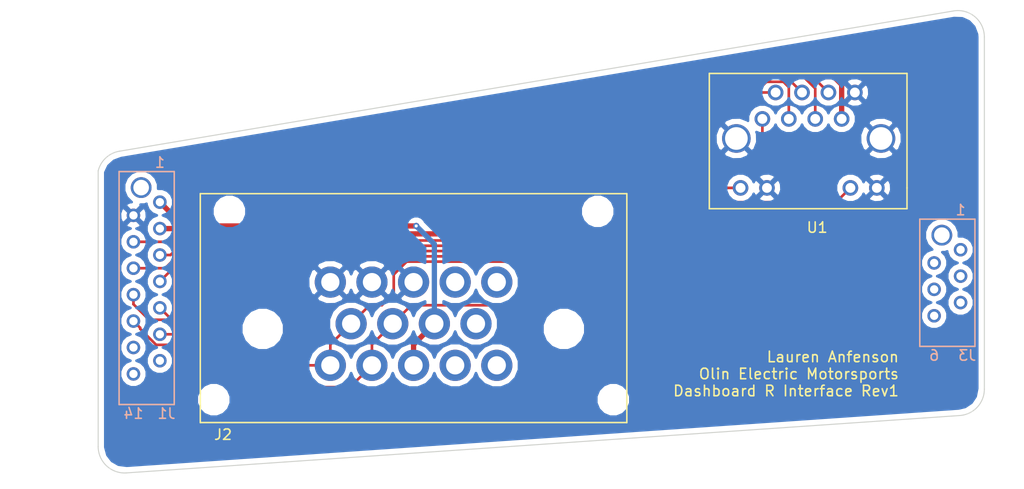
<source format=kicad_pcb>
(kicad_pcb (version 4) (host pcbnew 4.0.7-e2-6376~58~ubuntu16.04.1)

  (general
    (links 23)
    (no_connects 0)
    (area 86.995 55.88 185.420001 102.870001)
    (thickness 1.6)
    (drawings 17)
    (tracks 115)
    (zones 0)
    (modules 4)
    (nets 26)
  )

  (page A4)
  (layers
    (0 F.Cu signal)
    (31 B.Cu signal)
    (32 B.Adhes user)
    (33 F.Adhes user)
    (34 B.Paste user)
    (35 F.Paste user)
    (36 B.SilkS user)
    (37 F.SilkS user)
    (38 B.Mask user)
    (39 F.Mask user)
    (40 Dwgs.User user)
    (41 Cmts.User user)
    (42 Eco1.User user)
    (43 Eco2.User user)
    (44 Edge.Cuts user)
    (45 Margin user)
    (46 B.CrtYd user)
    (47 F.CrtYd user)
    (48 B.Fab user)
    (49 F.Fab user)
  )

  (setup
    (last_trace_width 0.25)
    (user_trace_width 0.254)
    (user_trace_width 0.508)
    (user_trace_width 0.762)
    (trace_clearance 0.15)
    (zone_clearance 0.508)
    (zone_45_only no)
    (trace_min 0.15)
    (segment_width 0.2)
    (edge_width 0.2)
    (via_size 0.6)
    (via_drill 0.3)
    (via_min_size 0.6)
    (via_min_drill 0.3)
    (uvia_size 0.3)
    (uvia_drill 0.1)
    (uvias_allowed no)
    (uvia_min_size 0)
    (uvia_min_drill 0)
    (pcb_text_width 0.3)
    (pcb_text_size 1.5 1.5)
    (mod_edge_width 0.15)
    (mod_text_size 1 1)
    (mod_text_width 0.15)
    (pad_size 1.524 1.524)
    (pad_drill 0.762)
    (pad_to_mask_clearance 0.2)
    (aux_axis_origin 0 0)
    (visible_elements FFFFFF7F)
    (pcbplotparams
      (layerselection 0x010f0_80000001)
      (usegerberextensions false)
      (excludeedgelayer true)
      (linewidth 0.100000)
      (plotframeref false)
      (viasonmask false)
      (mode 1)
      (useauxorigin false)
      (hpglpennumber 1)
      (hpglpenspeed 20)
      (hpglpendiameter 15)
      (hpglpenoverlay 2)
      (psnegative false)
      (psa4output false)
      (plotreference true)
      (plotvalue true)
      (plotinvisibletext false)
      (padsonsilk false)
      (subtractmaskfromsilk false)
      (outputformat 4)
      (mirror false)
      (drillshape 0)
      (scaleselection 1)
      (outputdirectory ""))
  )

  (net 0 "")
  (net 1 MISO)
  (net 2 VCC)
  (net 3 +12V)
  (net 4 AT_RESET)
  (net 5 GND)
  (net 6 MOSI)
  (net 7 SCK)
  (net 8 CANL)
  (net 9 CANH)
  (net 10 LED1)
  (net 11 LED2)
  (net 12 "Net-(J1-Pad12)")
  (net 13 "Net-(J1-Pad13)")
  (net 14 "Net-(J1-Pad14)")
  (net 15 "Net-(J3-Pad5)")
  (net 16 "Net-(J3-Pad3)")
  (net 17 "Net-(J3-Pad1)")
  (net 18 "Net-(J3-Pad2)")
  (net 19 "Net-(J3-Pad4)")
  (net 20 "Net-(J3-Pad6)")
  (net 21 "Net-(J2-Pad13)")
  (net 22 "Net-(J2-Pad14)")
  (net 23 "Net-(J2-Pad9)")
  (net 24 "Net-(J2-Pad4)")
  (net 25 "Net-(J2-Pad5)")

  (net_class Default "This is the default net class."
    (clearance 0.15)
    (trace_width 0.25)
    (via_dia 0.6)
    (via_drill 0.3)
    (uvia_dia 0.3)
    (uvia_drill 0.1)
    (add_net +12V)
    (add_net AT_RESET)
    (add_net CANH)
    (add_net CANL)
    (add_net GND)
    (add_net LED1)
    (add_net LED2)
    (add_net MISO)
    (add_net MOSI)
    (add_net "Net-(J1-Pad12)")
    (add_net "Net-(J1-Pad13)")
    (add_net "Net-(J1-Pad14)")
    (add_net "Net-(J2-Pad13)")
    (add_net "Net-(J2-Pad14)")
    (add_net "Net-(J2-Pad4)")
    (add_net "Net-(J2-Pad5)")
    (add_net "Net-(J2-Pad9)")
    (add_net "Net-(J3-Pad1)")
    (add_net "Net-(J3-Pad2)")
    (add_net "Net-(J3-Pad3)")
    (add_net "Net-(J3-Pad4)")
    (add_net "Net-(J3-Pad5)")
    (add_net "Net-(J3-Pad6)")
    (add_net SCK)
    (add_net VCC)
  )

  (module footprints:micromatch_female_vert_14 (layer B.Cu) (tedit 5A772939) (tstamp 5A7B9653)
    (at 102.362 80.391 180)
    (path /5A7B7983)
    (fp_text reference J1 (at -0.635 -15.24 180) (layer B.SilkS)
      (effects (font (size 1 1) (thickness 0.15)) (justify mirror))
    )
    (fp_text value micromatch_female_TOP_ENTRY_locking_14 (at 6.35 0 450) (layer B.Fab) hide
      (effects (font (size 1 1) (thickness 0.15)) (justify mirror))
    )
    (fp_text user 14 (at 2.54 -15.24 180) (layer B.SilkS)
      (effects (font (size 1 1) (thickness 0.15)) (justify mirror))
    )
    (fp_text user 1 (at 0 8.89 180) (layer B.SilkS)
      (effects (font (size 1 1) (thickness 0.15)) (justify mirror))
    )
    (fp_line (start -1.38 -14.37) (end 3.92 -14.37) (layer B.SilkS) (width 0.15))
    (fp_line (start -1.38 8.02) (end 3.92 8.02) (layer B.SilkS) (width 0.15))
    (fp_line (start -1.38 -14.37) (end -1.38 8.02) (layer B.SilkS) (width 0.15))
    (fp_line (start 3.92 -14.37) (end 3.92 8.02) (layer B.SilkS) (width 0.15))
    (pad 5 thru_hole circle (at 0 0 180) (size 1.3 1.3) (drill 0.8) (layers *.Cu *.Mask)
      (net 1 MISO))
    (pad 3 thru_hole circle (at 0 2.54 180) (size 1.3 1.3) (drill 0.8) (layers *.Cu *.Mask)
      (net 2 VCC))
    (pad 1 thru_hole circle (at 0 5.08 180) (size 1.3 1.3) (drill 0.8) (layers *.Cu *.Mask)
      (net 3 +12V))
    (pad 7 thru_hole circle (at 0 -2.54 180) (size 1.3 1.3) (drill 0.8) (layers *.Cu *.Mask)
      (net 4 AT_RESET))
    (pad 2 thru_hole circle (at 2.54 3.81 180) (size 1.3 1.3) (drill 0.8) (layers *.Cu *.Mask)
      (net 5 GND))
    (pad 4 thru_hole circle (at 2.54 1.27 180) (size 1.3 1.3) (drill 0.8) (layers *.Cu *.Mask)
      (net 6 MOSI))
    (pad 6 thru_hole circle (at 2.54 -1.27 180) (size 1.3 1.3) (drill 0.8) (layers *.Cu *.Mask)
      (net 7 SCK))
    (pad 8 thru_hole circle (at 2.54 -3.81 180) (size 1.3 1.3) (drill 0.8) (layers *.Cu *.Mask)
      (net 8 CANL))
    (pad 9 thru_hole circle (at 0 -5.08 180) (size 1.3 1.3) (drill 0.8) (layers *.Cu *.Mask)
      (net 9 CANH))
    (pad 10 thru_hole circle (at 2.54 -6.35 180) (size 1.3 1.3) (drill 0.8) (layers *.Cu *.Mask)
      (net 10 LED1))
    (pad 11 thru_hole circle (at 0 -7.62 180) (size 1.3 1.3) (drill 0.8) (layers *.Cu *.Mask)
      (net 11 LED2))
    (pad 12 thru_hole circle (at 2.54 -8.89 180) (size 1.3 1.3) (drill 0.8) (layers *.Cu *.Mask)
      (net 12 "Net-(J1-Pad12)"))
    (pad 13 thru_hole circle (at 0 -10.16 180) (size 1.3 1.3) (drill 0.8) (layers *.Cu *.Mask)
      (net 13 "Net-(J1-Pad13)"))
    (pad 14 thru_hole circle (at 2.54 -11.43 180) (size 1.3 1.3) (drill 0.8) (layers *.Cu *.Mask)
      (net 14 "Net-(J1-Pad14)"))
    (pad 15 thru_hole circle (at 1.8 6.48 180) (size 2 2) (drill 1.5) (layers *.Cu *.Mask))
    (model /home/lanfenson/Documents/3d-files/micro-14-female/mm-14-vert-female.wrl
      (at (xyz 0 0 0))
      (scale (xyz 1 1 1))
      (rotate (xyz 0 0 0))
    )
  )

  (module footprints:Ampseal_14 (layer F.Cu) (tedit 5A7B8171) (tstamp 5A7B966B)
    (at 112.246 87.495)
    (path /5A64D29C)
    (fp_text reference J2 (at -3.81 10.16) (layer F.SilkS)
      (effects (font (size 1 1) (thickness 0.15)))
    )
    (fp_text value Ampseal_14 (at -1.524 -13.97) (layer F.Fab)
      (effects (font (size 1 1) (thickness 0.15)))
    )
    (fp_line (start -6 -13) (end 35 -13) (layer F.SilkS) (width 0.15))
    (fp_line (start 35 -13) (end 35 9) (layer F.SilkS) (width 0.15))
    (fp_line (start 35 9) (end -6 9) (layer F.SilkS) (width 0.15))
    (fp_line (start -6 9) (end -6 -13) (layer F.SilkS) (width 0.15))
    (pad "" np_thru_hole circle (at 28.95 0) (size 2.85 2.85) (drill 2.85) (layers *.Cu *.Mask))
    (pad "" np_thru_hole circle (at 33.7 6.8) (size 2 2) (drill 2) (layers *.Cu *.Mask))
    (pad "" np_thru_hole circle (at -4.7 6.8) (size 2 2) (drill 2) (layers *.Cu *.Mask))
    (pad "" np_thru_hole circle (at 32.2 -11.3) (size 2 2) (drill 2) (layers *.Cu *.Mask))
    (pad "" np_thru_hole circle (at -3.2 -11.3) (size 2 2) (drill 2) (layers *.Cu *.Mask))
    (pad 11 thru_hole circle (at 10.5 3.5) (size 3 3) (drill 1.75) (layers *.Cu *.Mask)
      (net 8 CANL))
    (pad 12 thru_hole circle (at 14.5 3.5) (size 3 3) (drill 1.75) (layers *.Cu *.Mask)
      (net 3 +12V))
    (pad 13 thru_hole circle (at 18.5 3.5) (size 3 3) (drill 1.75) (layers *.Cu *.Mask)
      (net 21 "Net-(J2-Pad13)"))
    (pad 14 thru_hole circle (at 22.5 3.5) (size 3 3) (drill 1.75) (layers *.Cu *.Mask)
      (net 22 "Net-(J2-Pad14)"))
    (pad 7 thru_hole circle (at 12.5 -0.5) (size 3 3) (drill 1.75) (layers *.Cu *.Mask)
      (net 8 CANL))
    (pad 8 thru_hole circle (at 16.5 -0.5) (size 3 3) (drill 1.75) (layers *.Cu *.Mask)
      (net 3 +12V))
    (pad 9 thru_hole circle (at 20.5 -0.5) (size 3 3) (drill 1.75) (layers *.Cu *.Mask)
      (net 23 "Net-(J2-Pad9)"))
    (pad 4 thru_hole circle (at 18.5 -4.5) (size 3 3) (drill 1.75) (layers *.Cu *.Mask)
      (net 24 "Net-(J2-Pad4)"))
    (pad 5 thru_hole circle (at 22.5 -4.5) (size 3 3) (drill 1.75) (layers *.Cu *.Mask)
      (net 25 "Net-(J2-Pad5)"))
    (pad 3 thru_hole circle (at 14.5 -4.5) (size 3 3) (drill 1.75) (layers *.Cu *.Mask)
      (net 5 GND))
    (pad 2 thru_hole circle (at 10.5 -4.5) (size 3 3) (drill 1.75) (layers *.Cu *.Mask)
      (net 5 GND))
    (pad 10 thru_hole circle (at 6.5 3.5) (size 3 3) (drill 1.75) (layers *.Cu *.Mask)
      (net 9 CANH))
    (pad 6 thru_hole circle (at 8.5 -0.5) (size 3 3) (drill 1.75) (layers *.Cu *.Mask)
      (net 9 CANH))
    (pad 1 thru_hole circle (at 6.5 -4.5) (size 3 3) (drill 1.75) (layers *.Cu *.Mask)
      (net 5 GND))
    (pad "" np_thru_hole circle (at 0 0) (size 2.85 2.85) (drill 2.85) (layers *.Cu *.Mask))
    (model /home/lanfenson/OEM_Preferred_Parts/3DModels/Ampseal-14/AmpSeal-14.wrl
      (at (xyz 0 0 0))
      (scale (xyz 1 1 1))
      (rotate (xyz 0 0 0))
    )
  )

  (module footprints:micromatch_female_vert_6 (layer B.Cu) (tedit 5A7727E1) (tstamp 5A7B9676)
    (at 179.324 84.963 180)
    (path /5A7B962C)
    (fp_text reference J3 (at -0.635 -5.08 180) (layer B.SilkS)
      (effects (font (size 1 1) (thickness 0.15)) (justify mirror))
    )
    (fp_text value micromatch_female_TOP_ENTRY_locking_6 (at 6.35 0 450) (layer B.Fab) hide
      (effects (font (size 1 1) (thickness 0.15)) (justify mirror))
    )
    (fp_text user 6 (at 2.54 -5.08 180) (layer B.SilkS)
      (effects (font (size 1 1) (thickness 0.15)) (justify mirror))
    )
    (fp_text user 1 (at 0 8.89 180) (layer B.SilkS)
      (effects (font (size 1 1) (thickness 0.15)) (justify mirror))
    )
    (fp_line (start -1.38 -4.21) (end 3.92 -4.21) (layer B.SilkS) (width 0.15))
    (fp_line (start -1.38 8.02) (end 3.92 8.02) (layer B.SilkS) (width 0.15))
    (fp_line (start -1.38 -4.21) (end -1.38 8.02) (layer B.SilkS) (width 0.15))
    (fp_line (start 3.92 -4.21) (end 3.92 8.02) (layer B.SilkS) (width 0.15))
    (pad 5 thru_hole circle (at 0 0 180) (size 1.3 1.3) (drill 0.8) (layers *.Cu *.Mask)
      (net 15 "Net-(J3-Pad5)"))
    (pad 3 thru_hole circle (at 0 2.54 180) (size 1.3 1.3) (drill 0.8) (layers *.Cu *.Mask)
      (net 16 "Net-(J3-Pad3)"))
    (pad 1 thru_hole circle (at 0 5.08 180) (size 1.3 1.3) (drill 0.8) (layers *.Cu *.Mask)
      (net 17 "Net-(J3-Pad1)"))
    (pad 2 thru_hole circle (at 2.54 3.81 180) (size 1.3 1.3) (drill 0.8) (layers *.Cu *.Mask)
      (net 18 "Net-(J3-Pad2)"))
    (pad 4 thru_hole circle (at 2.54 1.27 180) (size 1.3 1.3) (drill 0.8) (layers *.Cu *.Mask)
      (net 19 "Net-(J3-Pad4)"))
    (pad 6 thru_hole circle (at 2.54 -1.27 180) (size 1.3 1.3) (drill 0.8) (layers *.Cu *.Mask)
      (net 20 "Net-(J3-Pad6)"))
    (pad 7 thru_hole circle (at 1.8 6.48 180) (size 2 2) (drill 1.5) (layers *.Cu *.Mask))
    (model /home/lanfenson/Documents/3d-files/micro-6-female/mm-6-vert-female.wrl
      (at (xyz 0 0 0))
      (scale (xyz 1 1 1))
      (rotate (xyz 0 0 0))
    )
  )

  (module footprints:RJ45-Vertical (layer F.Cu) (tedit 5A6A89D8) (tstamp 5A7B9688)
    (at 158.174 73.94)
    (path /5A7B523B)
    (fp_text reference U1 (at 7.366 3.81) (layer F.SilkS)
      (effects (font (size 1 1) (thickness 0.15)))
    )
    (fp_text value RJ45_VT (at 6.4516 -13.0048) (layer F.Fab)
      (effects (font (size 1 1) (thickness 0.15)))
    )
    (fp_line (start 16 2) (end 16 0) (layer F.SilkS) (width 0.15))
    (fp_line (start -3 2) (end 16 2) (layer F.SilkS) (width 0.15))
    (fp_line (start -3 -11) (end -3 2) (layer F.SilkS) (width 0.15))
    (fp_line (start 16 -11) (end -3 -11) (layer F.SilkS) (width 0.15))
    (fp_line (start 16 0) (end 16 -11) (layer F.SilkS) (width 0.15))
    (pad 12 thru_hole circle (at 0 0) (size 1.5 1.5) (drill 0.95) (layers *.Cu *.Mask)
      (net 11 LED2))
    (pad 11 thru_hole circle (at 2.54 0) (size 1.5 1.5) (drill 0.95) (layers *.Cu *.Mask)
      (net 5 GND))
    (pad 9 thru_hole circle (at 13.1 0) (size 1.5 1.5) (drill 0.95) (layers *.Cu *.Mask)
      (net 5 GND))
    (pad 10 thru_hole circle (at 10.56 0) (size 1.5 1.5) (drill 0.95) (layers *.Cu *.Mask)
      (net 10 LED1))
    (pad 1 thru_hole circle (at 2.1 -6.63) (size 1.5 1.5) (drill 0.95) (layers *.Cu *.Mask)
      (net 8 CANL))
    (pad 3 thru_hole circle (at 4.64 -6.63) (size 1.5 1.5) (drill 0.95) (layers *.Cu *.Mask)
      (net 4 AT_RESET))
    (pad 5 thru_hole circle (at 7.18 -6.63) (size 1.5 1.5) (drill 0.95) (layers *.Cu *.Mask)
      (net 1 MISO))
    (pad 7 thru_hole circle (at 9.72 -6.63) (size 1.5 1.5) (drill 0.95) (layers *.Cu *.Mask)
      (net 2 VCC))
    (pad 2 thru_hole circle (at 3.37 -9.17) (size 1.5 1.5) (drill 0.95) (layers *.Cu *.Mask)
      (net 9 CANH))
    (pad 4 thru_hole circle (at 5.91 -9.17) (size 1.5 1.5) (drill 0.95) (layers *.Cu *.Mask)
      (net 7 SCK))
    (pad 6 thru_hole circle (at 8.45 -9.17) (size 1.5 1.5) (drill 0.95) (layers *.Cu *.Mask F.Paste)
      (net 6 MOSI))
    (pad 8 thru_hole circle (at 10.99 -9.17) (size 1.5 1.5) (drill 0.95) (layers *.Cu *.Mask)
      (net 5 GND))
    (pad 13 thru_hole circle (at -0.4 -4.75) (size 2.75 2.75) (drill 2.18) (layers *.Cu *.Mask)
      (net 5 GND))
    (pad 14 thru_hole circle (at 13.5 -4.75) (size 2.75 2.75) (drill 2.18) (layers *.Cu *.Mask)
      (net 5 GND))
    (model /home/lanfenson/Documents/rj45-vert/rj45-vert.wrl
      (at (xyz 0 0 0))
      (scale (xyz 1 1 1))
      (rotate (xyz 0 0 0))
    )
  )

  (gr_text "Lauren Anfenson\nOlin Electric Motorsports\nDashboard R Interface Rev1" (at 173.482 91.821) (layer F.SilkS)
    (effects (font (size 1.016 1.016) (thickness 0.1524)) (justify right))
  )
  (gr_line (start 181.61 93.285142) (end 181.61 59.436) (layer Edge.Cuts) (width 0.1))
  (gr_arc (start 179.07 59.436) (end 181.61 59.436) (angle -99.54552344) (layer Edge.Cuts) (width 0.1))
  (gr_line (start 96.431673 72.302755) (end 96.431673 98.800457) (layer Edge.Cuts) (width 0.1))
  (gr_arc (start 98.971673 98.800457) (end 96.431673 98.800457) (angle -93.93898696) (layer Edge.Cuts) (width 0.1))
  (gr_line (start 178.648789 56.931168) (end 98.474819 70.413183) (layer Edge.Cuts) (width 0.1))
  (gr_arc (start 98.89603 72.918015) (end 98.474819 70.413183) (angle -66.43639366) (layer Edge.Cuts) (width 0.1))
  (gr_line (start 99.146156 101.334457) (end 179.244483 95.819142) (layer Edge.Cuts) (width 0.1))
  (gr_arc (start 179.07 93.285142) (end 179.244483 95.819142) (angle -86.06101304) (layer Edge.Cuts) (width 0.1))
  (gr_line (start 98.358267 94.933142) (end 103.438267 94.933142) (layer Dwgs.User) (width 0.1))
  (gr_line (start 103.438267 94.933142) (end 103.438267 75.121142) (layer Dwgs.User) (width 0.1))
  (gr_line (start 103.438267 75.121142) (end 98.358267 75.121142) (layer Dwgs.User) (width 0.1))
  (gr_line (start 180.848 69.469) (end 175.768 69.469) (layer Dwgs.User) (width 0.1))
  (gr_line (start 175.768 69.469) (end 175.768 89.281) (layer Dwgs.User) (width 0.1))
  (gr_line (start 98.358267 75.121142) (end 98.358267 94.933142) (layer Dwgs.User) (width 0.1))
  (gr_line (start 175.768 89.281) (end 180.848 89.281) (layer Dwgs.User) (width 0.1))
  (gr_line (start 180.848 89.281) (end 180.848 69.469) (layer Dwgs.User) (width 0.1))

  (segment (start 104.267 79.502) (end 103.378 80.391) (width 0.254) (layer F.Cu) (net 1))
  (segment (start 103.378 80.391) (end 102.362 80.391) (width 0.254) (layer F.Cu) (net 1))
  (segment (start 145.923 79.502) (end 104.267 79.502) (width 0.254) (layer F.Cu) (net 1))
  (segment (start 154.051 71.374) (end 145.923 79.502) (width 0.254) (layer F.Cu) (net 1))
  (segment (start 154.051 67.056) (end 154.051 71.374) (width 0.254) (layer F.Cu) (net 1))
  (segment (start 157.861 63.246) (end 154.051 67.056) (width 0.254) (layer F.Cu) (net 1))
  (segment (start 159.893 63.246) (end 157.861 63.246) (width 0.254) (layer F.Cu) (net 1))
  (segment (start 160.204023 62.934977) (end 159.893 63.246) (width 0.254) (layer F.Cu) (net 1))
  (segment (start 165.354 64.389) (end 163.899977 62.934977) (width 0.254) (layer F.Cu) (net 1))
  (segment (start 163.899977 62.934977) (end 160.204023 62.934977) (width 0.254) (layer F.Cu) (net 1))
  (segment (start 165.354 67.31) (end 165.354 64.389) (width 0.254) (layer F.Cu) (net 1))
  (segment (start 167.132 63.246) (end 167.894 64.008) (width 0.508) (layer F.Cu) (net 2))
  (segment (start 167.894 64.008) (end 167.894 67.31) (width 0.508) (layer F.Cu) (net 2))
  (segment (start 166.116 63.246) (end 167.132 63.246) (width 0.508) (layer F.Cu) (net 2))
  (segment (start 164.719 61.849) (end 166.116 63.246) (width 0.508) (layer F.Cu) (net 2))
  (segment (start 159.639 61.849) (end 164.719 61.849) (width 0.508) (layer F.Cu) (net 2))
  (segment (start 159.385 62.103) (end 159.639 61.849) (width 0.508) (layer F.Cu) (net 2))
  (segment (start 157.48 62.103) (end 159.385 62.103) (width 0.508) (layer F.Cu) (net 2))
  (segment (start 152.908 66.675) (end 157.48 62.103) (width 0.508) (layer F.Cu) (net 2))
  (segment (start 152.908 70.739) (end 152.908 66.675) (width 0.508) (layer F.Cu) (net 2))
  (segment (start 145.288 78.359) (end 152.908 70.739) (width 0.508) (layer F.Cu) (net 2))
  (segment (start 104.394 78.359) (end 145.288 78.359) (width 0.508) (layer F.Cu) (net 2))
  (segment (start 103.886 77.851) (end 104.394 78.359) (width 0.508) (layer F.Cu) (net 2))
  (segment (start 102.362 77.851) (end 103.886 77.851) (width 0.508) (layer F.Cu) (net 2))
  (segment (start 127 77.597) (end 128.746 79.343) (width 0.508) (layer B.Cu) (net 3))
  (segment (start 128.746 79.343) (end 128.746 86.995) (width 0.508) (layer B.Cu) (net 3))
  (segment (start 104.648 77.597) (end 104.650001 77.599001) (width 0.508) (layer F.Cu) (net 3))
  (segment (start 104.650001 77.599001) (end 126.997999 77.599001) (width 0.508) (layer F.Cu) (net 3))
  (segment (start 126.997999 77.599001) (end 127 77.597) (width 0.508) (layer F.Cu) (net 3))
  (via (at 127 77.597) (size 0.6) (drill 0.3) (layers F.Cu B.Cu) (net 3))
  (segment (start 102.362 75.311) (end 104.648 77.597) (width 0.508) (layer F.Cu) (net 3))
  (segment (start 126.746 90.995) (end 126.746 88.995) (width 0.508) (layer F.Cu) (net 3))
  (segment (start 126.746 88.995) (end 128.746 86.995) (width 0.508) (layer F.Cu) (net 3))
  (segment (start 146.431 80.518) (end 104.775 80.518) (width 0.254) (layer F.Cu) (net 4))
  (segment (start 104.775 80.518) (end 102.362 82.931) (width 0.254) (layer F.Cu) (net 4))
  (segment (start 155.067 71.882) (end 146.431 80.518) (width 0.254) (layer F.Cu) (net 4))
  (segment (start 155.067 67.31) (end 155.067 71.882) (width 0.254) (layer F.Cu) (net 4))
  (segment (start 158.115 64.262) (end 155.067 67.31) (width 0.254) (layer F.Cu) (net 4))
  (segment (start 160.147 64.262) (end 158.115 64.262) (width 0.254) (layer F.Cu) (net 4))
  (segment (start 160.666001 63.742999) (end 160.147 64.262) (width 0.254) (layer F.Cu) (net 4))
  (segment (start 162.814 64.262) (end 162.294999 63.742999) (width 0.254) (layer F.Cu) (net 4))
  (segment (start 162.294999 63.742999) (end 160.666001 63.742999) (width 0.254) (layer F.Cu) (net 4))
  (segment (start 162.814 67.31) (end 162.814 64.262) (width 0.254) (layer F.Cu) (net 4))
  (segment (start 166.624 64.77) (end 164.338 62.484) (width 0.254) (layer F.Cu) (net 6))
  (segment (start 164.338 62.484) (end 159.766 62.484) (width 0.254) (layer F.Cu) (net 6))
  (segment (start 159.766 62.484) (end 159.512 62.738) (width 0.254) (layer F.Cu) (net 6))
  (segment (start 159.512 62.738) (end 157.734 62.738) (width 0.254) (layer F.Cu) (net 6))
  (segment (start 157.734 62.738) (end 153.543 66.929) (width 0.254) (layer F.Cu) (net 6))
  (segment (start 145.669 78.994) (end 104.013 78.994) (width 0.254) (layer F.Cu) (net 6))
  (segment (start 153.543 66.929) (end 153.543 71.12) (width 0.254) (layer F.Cu) (net 6))
  (segment (start 153.543 71.12) (end 145.669 78.994) (width 0.254) (layer F.Cu) (net 6))
  (segment (start 104.013 78.994) (end 103.886 79.121) (width 0.254) (layer F.Cu) (net 6))
  (segment (start 103.886 79.121) (end 99.822 79.121) (width 0.254) (layer F.Cu) (net 6))
  (segment (start 104.521 80.01) (end 102.87 81.661) (width 0.254) (layer F.Cu) (net 7))
  (segment (start 102.87 81.661) (end 99.822 81.661) (width 0.254) (layer F.Cu) (net 7))
  (segment (start 146.177 80.01) (end 104.521 80.01) (width 0.254) (layer F.Cu) (net 7))
  (segment (start 154.559 71.628) (end 146.177 80.01) (width 0.254) (layer F.Cu) (net 7))
  (segment (start 154.559 67.183) (end 154.559 71.628) (width 0.254) (layer F.Cu) (net 7))
  (segment (start 157.988 63.754) (end 154.559 67.183) (width 0.254) (layer F.Cu) (net 7))
  (segment (start 160.02 63.754) (end 157.988 63.754) (width 0.254) (layer F.Cu) (net 7))
  (segment (start 160.435012 63.338988) (end 160.02 63.754) (width 0.254) (layer F.Cu) (net 7))
  (segment (start 164.084 64.77) (end 162.652988 63.338988) (width 0.254) (layer F.Cu) (net 7))
  (segment (start 162.652988 63.338988) (end 160.435012 63.338988) (width 0.254) (layer F.Cu) (net 7))
  (segment (start 102.87 86.614) (end 101.315762 86.614) (width 0.254) (layer F.Cu) (net 8))
  (segment (start 101.315762 86.614) (end 99.822 85.120238) (width 0.254) (layer F.Cu) (net 8))
  (segment (start 99.822 85.120238) (end 99.822 84.201) (width 0.254) (layer F.Cu) (net 8))
  (segment (start 107.696 91.44) (end 102.87 86.614) (width 0.254) (layer F.Cu) (net 8))
  (segment (start 115.951 91.44) (end 107.696 91.44) (width 0.254) (layer F.Cu) (net 8))
  (segment (start 117.602 93.091) (end 115.951 91.44) (width 0.254) (layer F.Cu) (net 8))
  (segment (start 120.65 93.091) (end 117.602 93.091) (width 0.254) (layer F.Cu) (net 8))
  (segment (start 122.746 90.995) (end 120.65 93.091) (width 0.254) (layer F.Cu) (net 8))
  (segment (start 158.877 71.501) (end 160.274 70.104) (width 0.254) (layer F.Cu) (net 8))
  (segment (start 160.274 70.104) (end 160.274 67.31) (width 0.254) (layer F.Cu) (net 8))
  (segment (start 157.099 71.501) (end 158.877 71.501) (width 0.254) (layer F.Cu) (net 8))
  (segment (start 143.382001 85.217999) (end 157.099 71.501) (width 0.254) (layer F.Cu) (net 8))
  (segment (start 124.746 86.995) (end 126.523001 85.217999) (width 0.254) (layer F.Cu) (net 8))
  (segment (start 126.523001 85.217999) (end 143.382001 85.217999) (width 0.254) (layer F.Cu) (net 8))
  (segment (start 124.746 86.995) (end 122.746 88.995) (width 0.254) (layer F.Cu) (net 8))
  (segment (start 122.746 88.995) (end 122.746 90.995) (width 0.254) (layer F.Cu) (net 8))
  (segment (start 118.746 90.995) (end 107.886 90.995) (width 0.254) (layer F.Cu) (net 9))
  (segment (start 107.886 90.995) (end 102.362 85.471) (width 0.254) (layer F.Cu) (net 9))
  (segment (start 155.575 67.564) (end 158.369 64.77) (width 0.254) (layer F.Cu) (net 9))
  (segment (start 158.369 64.77) (end 161.544 64.77) (width 0.254) (layer F.Cu) (net 9))
  (segment (start 155.575 72.136) (end 155.575 67.564) (width 0.254) (layer F.Cu) (net 9))
  (segment (start 146.685 81.026) (end 155.575 72.136) (width 0.254) (layer F.Cu) (net 9))
  (segment (start 126.085038 81.026) (end 146.685 81.026) (width 0.254) (layer F.Cu) (net 9))
  (segment (start 124.841 84.074) (end 124.841 82.270038) (width 0.254) (layer F.Cu) (net 9))
  (segment (start 124.841 82.270038) (end 126.085038 81.026) (width 0.254) (layer F.Cu) (net 9))
  (segment (start 123.697001 85.217999) (end 124.841 84.074) (width 0.254) (layer F.Cu) (net 9))
  (segment (start 120.746 86.995) (end 122.523001 85.217999) (width 0.254) (layer F.Cu) (net 9))
  (segment (start 122.523001 85.217999) (end 123.697001 85.217999) (width 0.254) (layer F.Cu) (net 9))
  (segment (start 120.746 86.995) (end 118.746 88.995) (width 0.254) (layer F.Cu) (net 9))
  (segment (start 118.746 88.995) (end 118.746 90.995) (width 0.254) (layer F.Cu) (net 9))
  (segment (start 154.813 75.311) (end 167.363 75.311) (width 0.254) (layer F.Cu) (net 10))
  (segment (start 167.363 75.311) (end 168.734 73.94) (width 0.254) (layer F.Cu) (net 10))
  (segment (start 144.018 86.106) (end 154.813 75.311) (width 0.254) (layer F.Cu) (net 10))
  (segment (start 144.018 89.027) (end 144.018 86.106) (width 0.254) (layer F.Cu) (net 10))
  (segment (start 138.938 94.107) (end 144.018 89.027) (width 0.254) (layer F.Cu) (net 10))
  (segment (start 117.094 94.107) (end 138.938 94.107) (width 0.254) (layer F.Cu) (net 10))
  (segment (start 115.443 92.456) (end 117.094 94.107) (width 0.254) (layer F.Cu) (net 10))
  (segment (start 107.442 92.456) (end 115.443 92.456) (width 0.254) (layer F.Cu) (net 10))
  (segment (start 104.013 89.027) (end 107.442 92.456) (width 0.254) (layer F.Cu) (net 10))
  (segment (start 102.006038 89.027) (end 104.013 89.027) (width 0.254) (layer F.Cu) (net 10))
  (segment (start 99.822 86.741) (end 100.471999 87.390999) (width 0.254) (layer F.Cu) (net 10))
  (segment (start 100.471999 87.390999) (end 100.471999 87.492961) (width 0.254) (layer F.Cu) (net 10))
  (segment (start 100.471999 87.492961) (end 102.006038 89.027) (width 0.254) (layer F.Cu) (net 10))
  (segment (start 143.51 85.852) (end 155.422 73.94) (width 0.254) (layer F.Cu) (net 11))
  (segment (start 155.422 73.94) (end 158.174 73.94) (width 0.254) (layer F.Cu) (net 11))
  (segment (start 143.51 88.773) (end 143.51 85.852) (width 0.254) (layer F.Cu) (net 11))
  (segment (start 138.684 93.599) (end 143.51 88.773) (width 0.254) (layer F.Cu) (net 11))
  (segment (start 117.348 93.599) (end 138.684 93.599) (width 0.254) (layer F.Cu) (net 11))
  (segment (start 115.697 91.948) (end 117.348 93.599) (width 0.254) (layer F.Cu) (net 11))
  (segment (start 107.569 91.948) (end 115.697 91.948) (width 0.254) (layer F.Cu) (net 11))
  (segment (start 103.632 88.011) (end 107.569 91.948) (width 0.254) (layer F.Cu) (net 11))
  (segment (start 102.362 88.011) (end 103.632 88.011) (width 0.254) (layer F.Cu) (net 11))

  (zone (net 5) (net_name GND) (layer B.Cu) (tstamp 0) (hatch edge 0.508)
    (connect_pads (clearance 0.508))
    (min_thickness 0.254)
    (fill yes (arc_segments 16) (thermal_gap 0.508) (thermal_bridge_width 0.508))
    (polygon
      (pts
        (xy 86.995 55.88) (xy 185.42 55.88) (xy 185.42 102.87) (xy 86.995 102.87)
      )
    )
    (filled_polygon
      (pts
        (xy 179.482838 57.641291) (xy 180.138221 57.935892) (xy 180.630973 58.458869) (xy 180.900229 59.167859) (xy 180.925 59.464549)
        (xy 180.925 93.217675) (xy 180.771398 93.989885) (xy 180.372193 94.587335) (xy 179.764597 94.993318) (xy 179.141963 95.139579)
        (xy 99.166408 100.64644) (xy 98.385472 100.546247) (xy 97.762008 100.189028) (xy 97.322705 99.62041) (xy 97.11954 98.872068)
        (xy 97.116673 98.788694) (xy 97.116673 94.618795) (xy 105.910716 94.618795) (xy 106.159106 95.219943) (xy 106.618637 95.680278)
        (xy 107.219352 95.929716) (xy 107.869795 95.930284) (xy 108.470943 95.681894) (xy 108.931278 95.222363) (xy 109.180716 94.621648)
        (xy 109.180718 94.618795) (xy 144.310716 94.618795) (xy 144.559106 95.219943) (xy 145.018637 95.680278) (xy 145.619352 95.929716)
        (xy 146.269795 95.930284) (xy 146.870943 95.681894) (xy 147.331278 95.222363) (xy 147.580716 94.621648) (xy 147.581284 93.971205)
        (xy 147.332894 93.370057) (xy 146.873363 92.909722) (xy 146.272648 92.660284) (xy 145.622205 92.659716) (xy 145.021057 92.908106)
        (xy 144.560722 93.367637) (xy 144.311284 93.968352) (xy 144.310716 94.618795) (xy 109.180718 94.618795) (xy 109.181284 93.971205)
        (xy 108.932894 93.370057) (xy 108.473363 92.909722) (xy 107.872648 92.660284) (xy 107.222205 92.659716) (xy 106.621057 92.908106)
        (xy 106.160722 93.367637) (xy 105.911284 93.968352) (xy 105.910716 94.618795) (xy 97.116673 94.618795) (xy 97.116673 79.375481)
        (xy 98.536777 79.375481) (xy 98.731995 79.847943) (xy 99.093155 80.209735) (xy 99.530182 80.391205) (xy 99.095057 80.570995)
        (xy 98.733265 80.932155) (xy 98.537223 81.404276) (xy 98.536777 81.915481) (xy 98.731995 82.387943) (xy 99.093155 82.749735)
        (xy 99.530182 82.931205) (xy 99.095057 83.110995) (xy 98.733265 83.472155) (xy 98.537223 83.944276) (xy 98.536777 84.455481)
        (xy 98.731995 84.927943) (xy 99.093155 85.289735) (xy 99.530182 85.471205) (xy 99.095057 85.650995) (xy 98.733265 86.012155)
        (xy 98.537223 86.484276) (xy 98.536777 86.995481) (xy 98.731995 87.467943) (xy 99.093155 87.829735) (xy 99.530182 88.011205)
        (xy 99.095057 88.190995) (xy 98.733265 88.552155) (xy 98.537223 89.024276) (xy 98.536777 89.535481) (xy 98.731995 90.007943)
        (xy 99.093155 90.369735) (xy 99.530182 90.551205) (xy 99.095057 90.730995) (xy 98.733265 91.092155) (xy 98.537223 91.564276)
        (xy 98.536777 92.075481) (xy 98.731995 92.547943) (xy 99.093155 92.909735) (xy 99.565276 93.105777) (xy 100.076481 93.106223)
        (xy 100.548943 92.911005) (xy 100.910735 92.549845) (xy 101.106777 92.077724) (xy 101.107223 91.566519) (xy 100.912005 91.094057)
        (xy 100.550845 90.732265) (xy 100.113818 90.550795) (xy 100.548943 90.371005) (xy 100.910735 90.009845) (xy 101.106777 89.537724)
        (xy 101.107223 89.026519) (xy 100.912005 88.554057) (xy 100.550845 88.192265) (xy 100.113818 88.010795) (xy 100.548943 87.831005)
        (xy 100.910735 87.469845) (xy 101.106777 86.997724) (xy 101.107223 86.486519) (xy 100.912005 86.014057) (xy 100.550845 85.652265)
        (xy 100.113818 85.470795) (xy 100.548943 85.291005) (xy 100.910735 84.929845) (xy 101.106777 84.457724) (xy 101.107223 83.946519)
        (xy 100.912005 83.474057) (xy 100.550845 83.112265) (xy 100.113818 82.930795) (xy 100.548943 82.751005) (xy 100.910735 82.389845)
        (xy 101.106777 81.917724) (xy 101.107223 81.406519) (xy 100.912005 80.934057) (xy 100.550845 80.572265) (xy 100.113818 80.390795)
        (xy 100.548943 80.211005) (xy 100.910735 79.849845) (xy 101.106777 79.377724) (xy 101.107223 78.866519) (xy 100.912005 78.394057)
        (xy 100.550845 78.032265) (xy 100.1148 77.851203) (xy 100.151428 77.849083) (xy 100.485729 77.710611) (xy 100.54141 77.480016)
        (xy 99.822 76.760605) (xy 99.10259 77.480016) (xy 99.158271 77.710611) (xy 99.54486 77.845139) (xy 99.095057 78.030995)
        (xy 98.733265 78.392155) (xy 98.537223 78.864276) (xy 98.536777 79.375481) (xy 97.116673 79.375481) (xy 97.116673 76.400078)
        (xy 98.524378 76.400078) (xy 98.553917 76.910428) (xy 98.692389 77.244729) (xy 98.922984 77.30041) (xy 99.642395 76.581)
        (xy 100.001605 76.581) (xy 100.721016 77.30041) (xy 100.951611 77.244729) (xy 101.119622 76.761922) (xy 101.090083 76.251572)
        (xy 100.951611 75.917271) (xy 100.721016 75.86159) (xy 100.001605 76.581) (xy 99.642395 76.581) (xy 98.922984 75.86159)
        (xy 98.692389 75.917271) (xy 98.524378 76.400078) (xy 97.116673 76.400078) (xy 97.116673 74.234795) (xy 98.926716 74.234795)
        (xy 99.175106 74.835943) (xy 99.634637 75.296278) (xy 99.652426 75.303665) (xy 99.492572 75.312917) (xy 99.158271 75.451389)
        (xy 99.10259 75.681984) (xy 99.822 76.401395) (xy 100.54141 75.681984) (xy 100.508563 75.545955) (xy 100.885795 75.546284)
        (xy 101.076863 75.467336) (xy 101.076777 75.565481) (xy 101.271995 76.037943) (xy 101.633155 76.399735) (xy 102.070182 76.581205)
        (xy 101.635057 76.760995) (xy 101.273265 77.122155) (xy 101.077223 77.594276) (xy 101.076777 78.105481) (xy 101.271995 78.577943)
        (xy 101.633155 78.939735) (xy 102.070182 79.121205) (xy 101.635057 79.300995) (xy 101.273265 79.662155) (xy 101.077223 80.134276)
        (xy 101.076777 80.645481) (xy 101.271995 81.117943) (xy 101.633155 81.479735) (xy 102.070182 81.661205) (xy 101.635057 81.840995)
        (xy 101.273265 82.202155) (xy 101.077223 82.674276) (xy 101.076777 83.185481) (xy 101.271995 83.657943) (xy 101.633155 84.019735)
        (xy 102.070182 84.201205) (xy 101.635057 84.380995) (xy 101.273265 84.742155) (xy 101.077223 85.214276) (xy 101.076777 85.725481)
        (xy 101.271995 86.197943) (xy 101.633155 86.559735) (xy 102.070182 86.741205) (xy 101.635057 86.920995) (xy 101.273265 87.282155)
        (xy 101.077223 87.754276) (xy 101.076777 88.265481) (xy 101.271995 88.737943) (xy 101.633155 89.099735) (xy 102.070182 89.281205)
        (xy 101.635057 89.460995) (xy 101.273265 89.822155) (xy 101.077223 90.294276) (xy 101.076777 90.805481) (xy 101.271995 91.277943)
        (xy 101.633155 91.639735) (xy 102.105276 91.835777) (xy 102.616481 91.836223) (xy 103.088943 91.641005) (xy 103.312523 91.417815)
        (xy 116.61063 91.417815) (xy 116.93498 92.2028) (xy 117.535041 92.803909) (xy 118.319459 93.129628) (xy 119.168815 93.13037)
        (xy 119.9538 92.80602) (xy 120.554909 92.205959) (xy 120.746068 91.745598) (xy 120.93498 92.2028) (xy 121.535041 92.803909)
        (xy 122.319459 93.129628) (xy 123.168815 93.13037) (xy 123.9538 92.80602) (xy 124.554909 92.205959) (xy 124.746068 91.745598)
        (xy 124.93498 92.2028) (xy 125.535041 92.803909) (xy 126.319459 93.129628) (xy 127.168815 93.13037) (xy 127.9538 92.80602)
        (xy 128.554909 92.205959) (xy 128.746068 91.745598) (xy 128.93498 92.2028) (xy 129.535041 92.803909) (xy 130.319459 93.129628)
        (xy 131.168815 93.13037) (xy 131.9538 92.80602) (xy 132.554909 92.205959) (xy 132.746068 91.745598) (xy 132.93498 92.2028)
        (xy 133.535041 92.803909) (xy 134.319459 93.129628) (xy 135.168815 93.13037) (xy 135.9538 92.80602) (xy 136.554909 92.205959)
        (xy 136.880628 91.421541) (xy 136.88137 90.572185) (xy 136.55702 89.7872) (xy 135.956959 89.186091) (xy 135.172541 88.860372)
        (xy 134.323185 88.85963) (xy 133.5382 89.18398) (xy 132.937091 89.784041) (xy 132.745932 90.244402) (xy 132.55702 89.7872)
        (xy 131.956959 89.186091) (xy 131.172541 88.860372) (xy 130.323185 88.85963) (xy 129.5382 89.18398) (xy 128.937091 89.784041)
        (xy 128.745932 90.244402) (xy 128.55702 89.7872) (xy 127.956959 89.186091) (xy 127.172541 88.860372) (xy 126.323185 88.85963)
        (xy 125.5382 89.18398) (xy 124.937091 89.784041) (xy 124.745932 90.244402) (xy 124.55702 89.7872) (xy 123.956959 89.186091)
        (xy 123.172541 88.860372) (xy 122.323185 88.85963) (xy 121.5382 89.18398) (xy 120.937091 89.784041) (xy 120.745932 90.244402)
        (xy 120.55702 89.7872) (xy 119.956959 89.186091) (xy 119.172541 88.860372) (xy 118.323185 88.85963) (xy 117.5382 89.18398)
        (xy 116.937091 89.784041) (xy 116.611372 90.568459) (xy 116.61063 91.417815) (xy 103.312523 91.417815) (xy 103.450735 91.279845)
        (xy 103.646777 90.807724) (xy 103.647223 90.296519) (xy 103.452005 89.824057) (xy 103.090845 89.462265) (xy 102.653818 89.280795)
        (xy 103.088943 89.101005) (xy 103.450735 88.739845) (xy 103.646777 88.267724) (xy 103.647095 87.902962) (xy 110.185643 87.902962)
        (xy 110.498599 88.660372) (xy 111.07758 89.240365) (xy 111.834443 89.554642) (xy 112.653962 89.555357) (xy 113.411372 89.242401)
        (xy 113.991365 88.66342) (xy 114.305642 87.906557) (xy 114.306068 87.417815) (xy 118.61063 87.417815) (xy 118.93498 88.2028)
        (xy 119.535041 88.803909) (xy 120.319459 89.129628) (xy 121.168815 89.13037) (xy 121.9538 88.80602) (xy 122.554909 88.205959)
        (xy 122.746068 87.745598) (xy 122.93498 88.2028) (xy 123.535041 88.803909) (xy 124.319459 89.129628) (xy 125.168815 89.13037)
        (xy 125.9538 88.80602) (xy 126.554909 88.205959) (xy 126.746068 87.745598) (xy 126.93498 88.2028) (xy 127.535041 88.803909)
        (xy 128.319459 89.129628) (xy 129.168815 89.13037) (xy 129.9538 88.80602) (xy 130.554909 88.205959) (xy 130.746068 87.745598)
        (xy 130.93498 88.2028) (xy 131.535041 88.803909) (xy 132.319459 89.129628) (xy 133.168815 89.13037) (xy 133.9538 88.80602)
        (xy 134.554909 88.205959) (xy 134.680724 87.902962) (xy 139.135643 87.902962) (xy 139.448599 88.660372) (xy 140.02758 89.240365)
        (xy 140.784443 89.554642) (xy 141.603962 89.555357) (xy 142.361372 89.242401) (xy 142.941365 88.66342) (xy 143.255642 87.906557)
        (xy 143.256357 87.087038) (xy 142.943401 86.329628) (xy 142.36442 85.749635) (xy 141.607557 85.435358) (xy 140.788038 85.434643)
        (xy 140.030628 85.747599) (xy 139.450635 86.32658) (xy 139.136358 87.083443) (xy 139.135643 87.902962) (xy 134.680724 87.902962)
        (xy 134.880628 87.421541) (xy 134.88137 86.572185) (xy 134.55702 85.7872) (xy 133.956959 85.186091) (xy 133.172541 84.860372)
        (xy 132.323185 84.85963) (xy 131.5382 85.18398) (xy 130.937091 85.784041) (xy 130.745932 86.244402) (xy 130.55702 85.7872)
        (xy 129.956959 85.186091) (xy 129.635 85.052402) (xy 129.635 84.845416) (xy 130.319459 85.129628) (xy 131.168815 85.13037)
        (xy 131.9538 84.80602) (xy 132.554909 84.205959) (xy 132.746068 83.745598) (xy 132.93498 84.2028) (xy 133.535041 84.803909)
        (xy 134.319459 85.129628) (xy 135.168815 85.13037) (xy 135.9538 84.80602) (xy 136.554909 84.205959) (xy 136.880628 83.421541)
        (xy 136.88137 82.572185) (xy 136.55702 81.7872) (xy 136.177964 81.407481) (xy 175.498777 81.407481) (xy 175.693995 81.879943)
        (xy 176.055155 82.241735) (xy 176.492182 82.423205) (xy 176.057057 82.602995) (xy 175.695265 82.964155) (xy 175.499223 83.436276)
        (xy 175.498777 83.947481) (xy 175.693995 84.419943) (xy 176.055155 84.781735) (xy 176.492182 84.963205) (xy 176.057057 85.142995)
        (xy 175.695265 85.504155) (xy 175.499223 85.976276) (xy 175.498777 86.487481) (xy 175.693995 86.959943) (xy 176.055155 87.321735)
        (xy 176.527276 87.517777) (xy 177.038481 87.518223) (xy 177.510943 87.323005) (xy 177.872735 86.961845) (xy 178.068777 86.489724)
        (xy 178.069223 85.978519) (xy 177.874005 85.506057) (xy 177.512845 85.144265) (xy 177.075818 84.962795) (xy 177.510943 84.783005)
        (xy 177.872735 84.421845) (xy 178.068777 83.949724) (xy 178.069223 83.438519) (xy 177.874005 82.966057) (xy 177.512845 82.604265)
        (xy 177.075818 82.422795) (xy 177.510943 82.243005) (xy 177.872735 81.881845) (xy 178.068777 81.409724) (xy 178.069223 80.898519)
        (xy 177.874005 80.426057) (xy 177.566524 80.118038) (xy 177.847795 80.118284) (xy 178.038863 80.039336) (xy 178.038777 80.137481)
        (xy 178.233995 80.609943) (xy 178.595155 80.971735) (xy 179.032182 81.153205) (xy 178.597057 81.332995) (xy 178.235265 81.694155)
        (xy 178.039223 82.166276) (xy 178.038777 82.677481) (xy 178.233995 83.149943) (xy 178.595155 83.511735) (xy 179.032182 83.693205)
        (xy 178.597057 83.872995) (xy 178.235265 84.234155) (xy 178.039223 84.706276) (xy 178.038777 85.217481) (xy 178.233995 85.689943)
        (xy 178.595155 86.051735) (xy 179.067276 86.247777) (xy 179.578481 86.248223) (xy 180.050943 86.053005) (xy 180.412735 85.691845)
        (xy 180.608777 85.219724) (xy 180.609223 84.708519) (xy 180.414005 84.236057) (xy 180.052845 83.874265) (xy 179.615818 83.692795)
        (xy 180.050943 83.513005) (xy 180.412735 83.151845) (xy 180.608777 82.679724) (xy 180.609223 82.168519) (xy 180.414005 81.696057)
        (xy 180.052845 81.334265) (xy 179.615818 81.152795) (xy 180.050943 80.973005) (xy 180.412735 80.611845) (xy 180.608777 80.139724)
        (xy 180.609223 79.628519) (xy 180.414005 79.156057) (xy 180.052845 78.794265) (xy 179.580724 78.598223) (xy 179.158901 78.597855)
        (xy 179.159284 78.159205) (xy 178.910894 77.558057) (xy 178.451363 77.097722) (xy 177.850648 76.848284) (xy 177.200205 76.847716)
        (xy 176.599057 77.096106) (xy 176.138722 77.555637) (xy 175.889284 78.156352) (xy 175.888716 78.806795) (xy 176.137106 79.407943)
        (xy 176.596195 79.867835) (xy 176.529519 79.867777) (xy 176.057057 80.062995) (xy 175.695265 80.424155) (xy 175.499223 80.896276)
        (xy 175.498777 81.407481) (xy 136.177964 81.407481) (xy 135.956959 81.186091) (xy 135.172541 80.860372) (xy 134.323185 80.85963)
        (xy 133.5382 81.18398) (xy 132.937091 81.784041) (xy 132.745932 82.244402) (xy 132.55702 81.7872) (xy 131.956959 81.186091)
        (xy 131.172541 80.860372) (xy 130.323185 80.85963) (xy 129.635 81.143983) (xy 129.635 79.343) (xy 129.567329 79.002794)
        (xy 129.374618 78.714382) (xy 127.838762 77.178526) (xy 127.793117 77.068057) (xy 127.530327 76.804808) (xy 127.186799 76.662162)
        (xy 126.814833 76.661838) (xy 126.471057 76.803883) (xy 126.207808 77.066673) (xy 126.065162 77.410201) (xy 126.064838 77.782167)
        (xy 126.206883 78.125943) (xy 126.469673 78.389192) (xy 126.581313 78.435549) (xy 127.857 79.711236) (xy 127.857 81.137337)
        (xy 127.129813 80.852277) (xy 126.280613 80.868503) (xy 125.571418 81.162261) (xy 125.411635 81.48103) (xy 126.746 82.815395)
        (xy 126.760143 82.801253) (xy 126.939748 82.980858) (xy 126.925605 82.995) (xy 126.939748 83.009143) (xy 126.760143 83.188748)
        (xy 126.746 83.174605) (xy 125.411635 84.50897) (xy 125.571418 84.827739) (xy 126.362187 85.137723) (xy 127.211387 85.121497)
        (xy 127.857 84.854076) (xy 127.857 85.052254) (xy 127.5382 85.18398) (xy 126.937091 85.784041) (xy 126.745932 86.244402)
        (xy 126.55702 85.7872) (xy 125.956959 85.186091) (xy 125.172541 84.860372) (xy 124.323185 84.85963) (xy 123.5382 85.18398)
        (xy 122.937091 85.784041) (xy 122.745932 86.244402) (xy 122.55702 85.7872) (xy 121.956959 85.186091) (xy 121.172541 84.860372)
        (xy 120.323185 84.85963) (xy 119.5382 85.18398) (xy 118.937091 85.784041) (xy 118.611372 86.568459) (xy 118.61063 87.417815)
        (xy 114.306068 87.417815) (xy 114.306357 87.087038) (xy 113.993401 86.329628) (xy 113.41442 85.749635) (xy 112.657557 85.435358)
        (xy 111.838038 85.434643) (xy 111.080628 85.747599) (xy 110.500635 86.32658) (xy 110.186358 87.083443) (xy 110.185643 87.902962)
        (xy 103.647095 87.902962) (xy 103.647223 87.756519) (xy 103.452005 87.284057) (xy 103.090845 86.922265) (xy 102.653818 86.740795)
        (xy 103.088943 86.561005) (xy 103.450735 86.199845) (xy 103.646777 85.727724) (xy 103.647223 85.216519) (xy 103.452005 84.744057)
        (xy 103.217329 84.50897) (xy 117.411635 84.50897) (xy 117.571418 84.827739) (xy 118.362187 85.137723) (xy 119.211387 85.121497)
        (xy 119.920582 84.827739) (xy 120.080365 84.50897) (xy 121.411635 84.50897) (xy 121.571418 84.827739) (xy 122.362187 85.137723)
        (xy 123.211387 85.121497) (xy 123.920582 84.827739) (xy 124.080365 84.50897) (xy 122.746 83.174605) (xy 121.411635 84.50897)
        (xy 120.080365 84.50897) (xy 118.746 83.174605) (xy 117.411635 84.50897) (xy 103.217329 84.50897) (xy 103.090845 84.382265)
        (xy 102.653818 84.200795) (xy 103.088943 84.021005) (xy 103.450735 83.659845) (xy 103.646777 83.187724) (xy 103.647223 82.676519)
        (xy 103.620229 82.611187) (xy 116.603277 82.611187) (xy 116.619503 83.460387) (xy 116.913261 84.169582) (xy 117.23203 84.329365)
        (xy 118.566395 82.995) (xy 118.925605 82.995) (xy 120.25997 84.329365) (xy 120.578739 84.169582) (xy 120.741392 83.754654)
        (xy 120.913261 84.169582) (xy 121.23203 84.329365) (xy 122.566395 82.995) (xy 122.925605 82.995) (xy 124.25997 84.329365)
        (xy 124.578739 84.169582) (xy 124.741392 83.754654) (xy 124.913261 84.169582) (xy 125.23203 84.329365) (xy 126.566395 82.995)
        (xy 125.23203 81.660635) (xy 124.913261 81.820418) (xy 124.750608 82.235346) (xy 124.578739 81.820418) (xy 124.25997 81.660635)
        (xy 122.925605 82.995) (xy 122.566395 82.995) (xy 121.23203 81.660635) (xy 120.913261 81.820418) (xy 120.750608 82.235346)
        (xy 120.578739 81.820418) (xy 120.25997 81.660635) (xy 118.925605 82.995) (xy 118.566395 82.995) (xy 117.23203 81.660635)
        (xy 116.913261 81.820418) (xy 116.603277 82.611187) (xy 103.620229 82.611187) (xy 103.452005 82.204057) (xy 103.090845 81.842265)
        (xy 102.653818 81.660795) (xy 103.088882 81.48103) (xy 117.411635 81.48103) (xy 118.746 82.815395) (xy 120.080365 81.48103)
        (xy 121.411635 81.48103) (xy 122.746 82.815395) (xy 124.080365 81.48103) (xy 123.920582 81.162261) (xy 123.129813 80.852277)
        (xy 122.280613 80.868503) (xy 121.571418 81.162261) (xy 121.411635 81.48103) (xy 120.080365 81.48103) (xy 119.920582 81.162261)
        (xy 119.129813 80.852277) (xy 118.280613 80.868503) (xy 117.571418 81.162261) (xy 117.411635 81.48103) (xy 103.088882 81.48103)
        (xy 103.088943 81.481005) (xy 103.450735 81.119845) (xy 103.646777 80.647724) (xy 103.647223 80.136519) (xy 103.452005 79.664057)
        (xy 103.090845 79.302265) (xy 102.653818 79.120795) (xy 103.088943 78.941005) (xy 103.450735 78.579845) (xy 103.646777 78.107724)
        (xy 103.647223 77.596519) (xy 103.452005 77.124057) (xy 103.090845 76.762265) (xy 102.653818 76.580795) (xy 102.803869 76.518795)
        (xy 107.410716 76.518795) (xy 107.659106 77.119943) (xy 108.118637 77.580278) (xy 108.719352 77.829716) (xy 109.369795 77.830284)
        (xy 109.970943 77.581894) (xy 110.431278 77.122363) (xy 110.680716 76.521648) (xy 110.680718 76.518795) (xy 142.810716 76.518795)
        (xy 143.059106 77.119943) (xy 143.518637 77.580278) (xy 144.119352 77.829716) (xy 144.769795 77.830284) (xy 145.370943 77.581894)
        (xy 145.831278 77.122363) (xy 146.080716 76.521648) (xy 146.081284 75.871205) (xy 145.832894 75.270057) (xy 145.373363 74.809722)
        (xy 144.772648 74.560284) (xy 144.122205 74.559716) (xy 143.521057 74.808106) (xy 143.060722 75.267637) (xy 142.811284 75.868352)
        (xy 142.810716 76.518795) (xy 110.680718 76.518795) (xy 110.681284 75.871205) (xy 110.432894 75.270057) (xy 109.973363 74.809722)
        (xy 109.372648 74.560284) (xy 108.722205 74.559716) (xy 108.121057 74.808106) (xy 107.660722 75.267637) (xy 107.411284 75.868352)
        (xy 107.410716 76.518795) (xy 102.803869 76.518795) (xy 103.088943 76.401005) (xy 103.450735 76.039845) (xy 103.646777 75.567724)
        (xy 103.647223 75.056519) (xy 103.452005 74.584057) (xy 103.090845 74.222265) (xy 103.071628 74.214285) (xy 156.78876 74.214285)
        (xy 156.999169 74.723515) (xy 157.388436 75.113461) (xy 157.897298 75.324759) (xy 158.448285 75.32524) (xy 158.957515 75.114831)
        (xy 159.161183 74.911517) (xy 159.922088 74.911517) (xy 159.990077 75.15246) (xy 160.509171 75.337201) (xy 161.059448 75.30923)
        (xy 161.437923 75.15246) (xy 161.505912 74.911517) (xy 160.714 74.119605) (xy 159.922088 74.911517) (xy 159.161183 74.911517)
        (xy 159.347461 74.725564) (xy 159.437377 74.509021) (xy 159.50154 74.663923) (xy 159.742483 74.731912) (xy 160.534395 73.94)
        (xy 160.893605 73.94) (xy 161.685517 74.731912) (xy 161.92646 74.663923) (xy 162.086482 74.214285) (xy 167.34876 74.214285)
        (xy 167.559169 74.723515) (xy 167.948436 75.113461) (xy 168.457298 75.324759) (xy 169.008285 75.32524) (xy 169.517515 75.114831)
        (xy 169.721183 74.911517) (xy 170.482088 74.911517) (xy 170.550077 75.15246) (xy 171.069171 75.337201) (xy 171.619448 75.30923)
        (xy 171.997923 75.15246) (xy 172.065912 74.911517) (xy 171.274 74.119605) (xy 170.482088 74.911517) (xy 169.721183 74.911517)
        (xy 169.907461 74.725564) (xy 169.997377 74.509021) (xy 170.06154 74.663923) (xy 170.302483 74.731912) (xy 171.094395 73.94)
        (xy 171.453605 73.94) (xy 172.245517 74.731912) (xy 172.48646 74.663923) (xy 172.671201 74.144829) (xy 172.64323 73.594552)
        (xy 172.48646 73.216077) (xy 172.245517 73.148088) (xy 171.453605 73.94) (xy 171.094395 73.94) (xy 170.302483 73.148088)
        (xy 170.06154 73.216077) (xy 170.002268 73.382621) (xy 169.908831 73.156485) (xy 169.721157 72.968483) (xy 170.482088 72.968483)
        (xy 171.274 73.760395) (xy 172.065912 72.968483) (xy 171.997923 72.72754) (xy 171.478829 72.542799) (xy 170.928552 72.57077)
        (xy 170.550077 72.72754) (xy 170.482088 72.968483) (xy 169.721157 72.968483) (xy 169.519564 72.766539) (xy 169.010702 72.555241)
        (xy 168.459715 72.55476) (xy 167.950485 72.765169) (xy 167.560539 73.154436) (xy 167.349241 73.663298) (xy 167.34876 74.214285)
        (xy 162.086482 74.214285) (xy 162.111201 74.144829) (xy 162.08323 73.594552) (xy 161.92646 73.216077) (xy 161.685517 73.148088)
        (xy 160.893605 73.94) (xy 160.534395 73.94) (xy 159.742483 73.148088) (xy 159.50154 73.216077) (xy 159.442268 73.382621)
        (xy 159.348831 73.156485) (xy 159.161157 72.968483) (xy 159.922088 72.968483) (xy 160.714 73.760395) (xy 161.505912 72.968483)
        (xy 161.437923 72.72754) (xy 160.918829 72.542799) (xy 160.368552 72.57077) (xy 159.990077 72.72754) (xy 159.922088 72.968483)
        (xy 159.161157 72.968483) (xy 158.959564 72.766539) (xy 158.450702 72.555241) (xy 157.899715 72.55476) (xy 157.390485 72.765169)
        (xy 157.000539 73.154436) (xy 156.789241 73.663298) (xy 156.78876 74.214285) (xy 103.071628 74.214285) (xy 102.618724 74.026223)
        (xy 102.196901 74.025855) (xy 102.197284 73.587205) (xy 101.948894 72.986057) (xy 101.489363 72.525722) (xy 100.888648 72.276284)
        (xy 100.238205 72.275716) (xy 99.637057 72.524106) (xy 99.176722 72.983637) (xy 98.927284 73.584352) (xy 98.926716 74.234795)
        (xy 97.116673 74.234795) (xy 97.116673 72.456297) (xy 97.416008 71.822134) (xy 97.95049 71.336953) (xy 98.651779 71.078043)
        (xy 101.413347 70.613659) (xy 156.529946 70.613659) (xy 156.674467 70.919444) (xy 157.419993 71.208571) (xy 158.219414 71.190389)
        (xy 158.873533 70.919444) (xy 159.018054 70.613659) (xy 170.429946 70.613659) (xy 170.574467 70.919444) (xy 171.319993 71.208571)
        (xy 172.119414 71.190389) (xy 172.773533 70.919444) (xy 172.918054 70.613659) (xy 171.674 69.369605) (xy 170.429946 70.613659)
        (xy 159.018054 70.613659) (xy 157.774 69.369605) (xy 156.529946 70.613659) (xy 101.413347 70.613659) (xy 111.984656 68.835993)
        (xy 155.755429 68.835993) (xy 155.773611 69.635414) (xy 156.044556 70.289533) (xy 156.350341 70.434054) (xy 157.594395 69.19)
        (xy 156.350341 67.945946) (xy 156.044556 68.090467) (xy 155.755429 68.835993) (xy 111.984656 68.835993) (xy 118.345593 67.766341)
        (xy 156.529946 67.766341) (xy 157.774 69.010395) (xy 157.788143 68.996253) (xy 157.967748 69.175858) (xy 157.953605 69.19)
        (xy 159.197659 70.434054) (xy 159.503444 70.289533) (xy 159.792571 69.544007) (xy 159.776468 68.835993) (xy 169.655429 68.835993)
        (xy 169.673611 69.635414) (xy 169.944556 70.289533) (xy 170.250341 70.434054) (xy 171.494395 69.19) (xy 171.853605 69.19)
        (xy 173.097659 70.434054) (xy 173.403444 70.289533) (xy 173.692571 69.544007) (xy 173.674389 68.744586) (xy 173.403444 68.090467)
        (xy 173.097659 67.945946) (xy 171.853605 69.19) (xy 171.494395 69.19) (xy 170.250341 67.945946) (xy 169.944556 68.090467)
        (xy 169.655429 68.835993) (xy 159.776468 68.835993) (xy 159.774389 68.744586) (xy 159.703159 68.572622) (xy 159.997298 68.694759)
        (xy 160.548285 68.69524) (xy 161.057515 68.484831) (xy 161.447461 68.095564) (xy 161.543976 67.86313) (xy 161.639169 68.093515)
        (xy 162.028436 68.483461) (xy 162.537298 68.694759) (xy 163.088285 68.69524) (xy 163.597515 68.484831) (xy 163.987461 68.095564)
        (xy 164.083976 67.86313) (xy 164.179169 68.093515) (xy 164.568436 68.483461) (xy 165.077298 68.694759) (xy 165.628285 68.69524)
        (xy 166.137515 68.484831) (xy 166.527461 68.095564) (xy 166.623976 67.86313) (xy 166.719169 68.093515) (xy 167.108436 68.483461)
        (xy 167.617298 68.694759) (xy 168.168285 68.69524) (xy 168.677515 68.484831) (xy 169.067461 68.095564) (xy 169.204166 67.766341)
        (xy 170.429946 67.766341) (xy 171.674 69.010395) (xy 172.918054 67.766341) (xy 172.773533 67.460556) (xy 172.028007 67.171429)
        (xy 171.228586 67.189611) (xy 170.574467 67.460556) (xy 170.429946 67.766341) (xy 169.204166 67.766341) (xy 169.278759 67.586702)
        (xy 169.27924 67.035715) (xy 169.068831 66.526485) (xy 168.679564 66.136539) (xy 168.170702 65.925241) (xy 167.619715 65.92476)
        (xy 167.110485 66.135169) (xy 166.720539 66.524436) (xy 166.624024 66.75687) (xy 166.528831 66.526485) (xy 166.139564 66.136539)
        (xy 165.630702 65.925241) (xy 165.079715 65.92476) (xy 164.570485 66.135169) (xy 164.180539 66.524436) (xy 164.084024 66.75687)
        (xy 163.988831 66.526485) (xy 163.599564 66.136539) (xy 163.090702 65.925241) (xy 162.539715 65.92476) (xy 162.030485 66.135169)
        (xy 161.640539 66.524436) (xy 161.544024 66.75687) (xy 161.448831 66.526485) (xy 161.059564 66.136539) (xy 160.550702 65.925241)
        (xy 159.999715 65.92476) (xy 159.490485 66.135169) (xy 159.100539 66.524436) (xy 158.889241 67.033298) (xy 158.88884 67.492943)
        (xy 158.873533 67.460556) (xy 158.128007 67.171429) (xy 157.328586 67.189611) (xy 156.674467 67.460556) (xy 156.529946 67.766341)
        (xy 118.345593 67.766341) (xy 134.532939 65.044285) (xy 160.15876 65.044285) (xy 160.369169 65.553515) (xy 160.758436 65.943461)
        (xy 161.267298 66.154759) (xy 161.818285 66.15524) (xy 162.327515 65.944831) (xy 162.717461 65.555564) (xy 162.813976 65.32313)
        (xy 162.909169 65.553515) (xy 163.298436 65.943461) (xy 163.807298 66.154759) (xy 164.358285 66.15524) (xy 164.867515 65.944831)
        (xy 165.257461 65.555564) (xy 165.353976 65.32313) (xy 165.449169 65.553515) (xy 165.838436 65.943461) (xy 166.347298 66.154759)
        (xy 166.898285 66.15524) (xy 167.407515 65.944831) (xy 167.611183 65.741517) (xy 168.372088 65.741517) (xy 168.440077 65.98246)
        (xy 168.959171 66.167201) (xy 169.509448 66.13923) (xy 169.887923 65.98246) (xy 169.955912 65.741517) (xy 169.164 64.949605)
        (xy 168.372088 65.741517) (xy 167.611183 65.741517) (xy 167.797461 65.555564) (xy 167.887377 65.339021) (xy 167.95154 65.493923)
        (xy 168.192483 65.561912) (xy 168.984395 64.77) (xy 169.343605 64.77) (xy 170.135517 65.561912) (xy 170.37646 65.493923)
        (xy 170.561201 64.974829) (xy 170.53323 64.424552) (xy 170.37646 64.046077) (xy 170.135517 63.978088) (xy 169.343605 64.77)
        (xy 168.984395 64.77) (xy 168.192483 63.978088) (xy 167.95154 64.046077) (xy 167.892268 64.212621) (xy 167.798831 63.986485)
        (xy 167.611157 63.798483) (xy 168.372088 63.798483) (xy 169.164 64.590395) (xy 169.955912 63.798483) (xy 169.887923 63.55754)
        (xy 169.368829 63.372799) (xy 168.818552 63.40077) (xy 168.440077 63.55754) (xy 168.372088 63.798483) (xy 167.611157 63.798483)
        (xy 167.409564 63.596539) (xy 166.900702 63.385241) (xy 166.349715 63.38476) (xy 165.840485 63.595169) (xy 165.450539 63.984436)
        (xy 165.354024 64.21687) (xy 165.258831 63.986485) (xy 164.869564 63.596539) (xy 164.360702 63.385241) (xy 163.809715 63.38476)
        (xy 163.300485 63.595169) (xy 162.910539 63.984436) (xy 162.814024 64.21687) (xy 162.718831 63.986485) (xy 162.329564 63.596539)
        (xy 161.820702 63.385241) (xy 161.269715 63.38476) (xy 160.760485 63.595169) (xy 160.370539 63.984436) (xy 160.159241 64.493298)
        (xy 160.15876 65.044285) (xy 134.532939 65.044285) (xy 178.695852 57.617872)
      )
    )
  )
)

</source>
